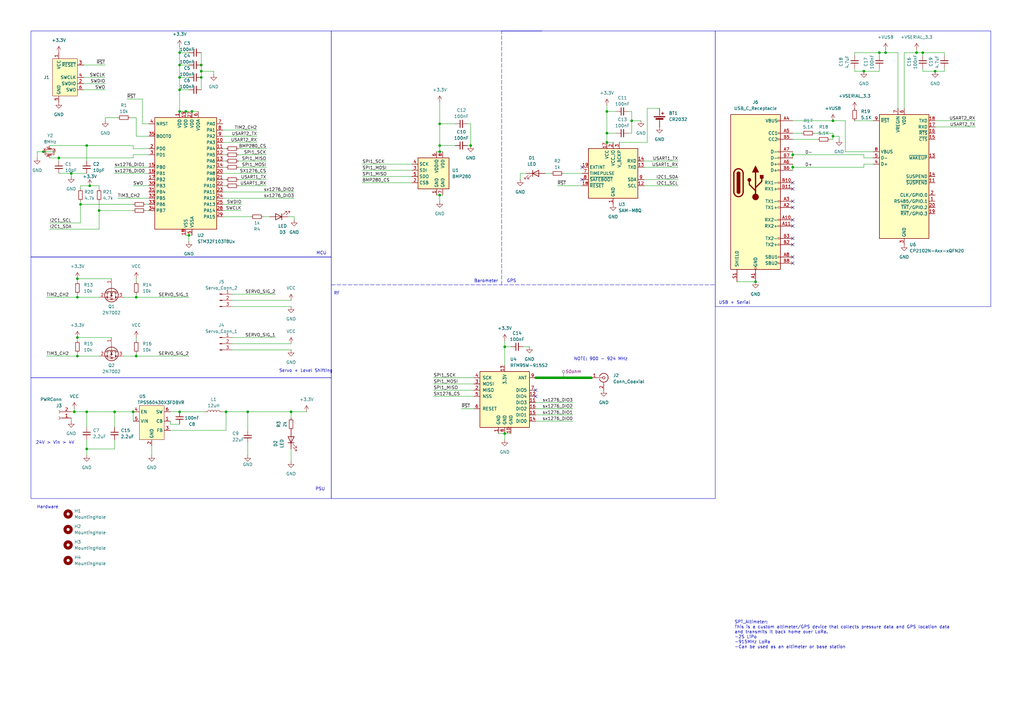
<source format=kicad_sch>
(kicad_sch (version 20231120) (generator "eeschema") (generator_version "8.0")
  (paper "A3")
  (junction (at 180.34 62.23))
  (junction (at 92.71 168.91))
  (junction (at 31.75 114.3))
  (junction (at 309.88 115.57))
  (junction (at 325.12 63.5))
  (junction (at 248.92 58.42))
  (junction (at 31.75 146.05))
  (junction (at 341.63 55.88))
  (junction (at 207.01 177.8))
  (junction (at 375.92 21.59))
  (junction (at 248.92 45.72))
  (junction (at 24.13 64.77))
  (junction (at 76.2 45.72))
  (junction (at 78.74 45.72))
  (junction (at 119.38 168.91))
  (junction (at 193.04 59.69))
  (junction (at 33.02 83.82))
  (junction (at 354.33 29.21))
  (junction (at 73.66 36.83))
  (junction (at 82.55 31.75))
  (junction (at 30.48 168.91))
  (junction (at 363.22 21.59))
  (junction (at 378.46 21.59))
  (junction (at 29.21 71.12))
  (junction (at 77.47 96.52))
  (junction (at 248.92 54.61))
  (junction (at 180.34 50.8))
  (junction (at 325.12 68.58))
  (junction (at 207.01 142.24))
  (junction (at 383.54 29.21))
  (junction (at 35.56 59.69))
  (junction (at 180.34 59.69))
  (junction (at 35.56 168.91))
  (junction (at 82.55 29.21))
  (junction (at 31.75 138.43))
  (junction (at 82.55 26.67))
  (junction (at 31.75 121.92))
  (junction (at 73.66 168.91))
  (junction (at 46.99 168.91))
  (junction (at 259.08 49.53))
  (junction (at 101.6 168.91))
  (junction (at 360.68 21.59))
  (junction (at 17.78 62.23))
  (junction (at 73.66 31.75))
  (junction (at 73.66 26.67))
  (junction (at 180.34 80.01))
  (junction (at 54.61 168.91))
  (junction (at 55.88 146.05))
  (junction (at 35.56 184.15))
  (junction (at 73.66 45.72))
  (junction (at 341.63 49.53))
  (junction (at 36.83 76.2))
  (junction (at 73.66 21.59))
  (junction (at 40.64 86.36))
  (junction (at 55.88 121.92))
  (no_connect (at 325.12 97.79))
  (no_connect (at 325.12 100.33))
  (no_connect (at 238.76 68.58))
  (no_connect (at 325.12 92.71))
  (no_connect (at 325.12 82.55))
  (no_connect (at 325.12 105.41))
  (no_connect (at 325.12 74.93))
  (no_connect (at 325.12 90.17))
  (no_connect (at 325.12 77.47))
  (no_connect (at 325.12 85.09))
  (no_connect (at 219.71 162.56))
  (no_connect (at 325.12 107.95))
  (no_connect (at 219.71 160.02))
  (no_connect (at 238.76 73.66))
  (wire (pts (xy 59.69 83.82) (xy 60.96 83.82)))
  (wire (pts (xy 24.13 66.04) (xy 24.13 64.77)))
  (wire (pts (xy 119.38 189.23) (xy 119.38 184.15)))
  (wire (pts (xy 360.68 29.21) (xy 354.33 29.21)))
  (wire (pts (xy 73.66 31.75) (xy 77.47 31.75)))
  (wire (pts (xy 325.12 68.58) (xy 325.12 69.85)))
  (wire (pts (xy 82.55 31.75) (xy 82.55 36.83)))
  (wire (pts (xy 383.54 52.07) (xy 400.05 52.07)))
  (wire (pts (xy 54.61 76.2) (xy 60.96 76.2)))
  (wire (pts (xy 193.04 50.8) (xy 193.04 59.69)))
  (wire (pts (xy 325.12 54.61) (xy 328.93 54.61)))
  (wire (pts (xy 46.99 168.91) (xy 46.99 175.26)))
  (wire (pts (xy 360.68 21.59) (xy 363.22 21.59)))
  (wire (pts (xy 33.02 76.2) (xy 33.02 77.47)))
  (wire (pts (xy 105.41 53.34) (xy 91.44 53.34)))
  (wire (pts (xy 378.46 22.86) (xy 378.46 21.59)))
  (wire (pts (xy 265.43 58.42) (xy 265.43 44.45)))
  (wire (pts (xy 180.34 62.23) (xy 181.61 62.23)))
  (wire (pts (xy 40.64 76.2) (xy 40.64 77.47)))
  (wire (pts (xy 248.92 58.42) (xy 251.46 58.42)))
  (wire (pts (xy 383.54 29.21) (xy 387.35 29.21)))
  (wire (pts (xy 387.35 22.86) (xy 387.35 21.59)))
  (wire (pts (xy 46.99 168.91) (xy 54.61 168.91)))
  (wire (pts (xy 20.32 93.98) (xy 40.64 93.98)))
  (wire (pts (xy 350.52 22.86) (xy 350.52 21.59)))
  (wire (pts (xy 30.48 167.64) (xy 30.48 168.91)))
  (wire (pts (xy 109.22 73.66) (xy 97.79 73.66)))
  (wire (pts (xy 55.88 146.05) (xy 77.47 146.05)))
  (wire (pts (xy 180.34 59.69) (xy 180.34 62.23)))
  (wire (pts (xy 69.85 168.91) (xy 73.66 168.91)))
  (wire (pts (xy 119.38 171.45) (xy 119.38 168.91)))
  (wire (pts (xy 358.14 64.77) (xy 354.33 64.77)))
  (wire (pts (xy 204.47 177.8) (xy 207.01 177.8)))
  (wire (pts (xy 73.66 36.83) (xy 77.47 36.83)))
  (wire (pts (xy 213.36 73.66) (xy 213.36 71.12)))
  (wire (pts (xy 87.63 29.21) (xy 82.55 29.21)))
  (wire (pts (xy 387.35 29.21) (xy 387.35 27.94)))
  (wire (pts (xy 87.63 30.48) (xy 87.63 29.21)))
  (wire (pts (xy 180.34 50.8) (xy 180.34 59.69)))
  (wire (pts (xy 259.08 49.53) (xy 262.89 49.53)))
  (wire (pts (xy 109.22 63.5) (xy 97.79 63.5)))
  (wire (pts (xy 15.24 62.23) (xy 17.78 62.23)))
  (wire (pts (xy 91.44 88.9) (xy 102.87 88.9)))
  (wire (pts (xy 278.13 66.04) (xy 264.16 66.04)))
  (wire (pts (xy 358.14 62.23) (xy 346.71 62.23)))
  (wire (pts (xy 148.59 74.93) (xy 168.91 74.93)))
  (wire (pts (xy 33.02 76.2) (xy 36.83 76.2)))
  (wire (pts (xy 31.75 120.65) (xy 31.75 121.92)))
  (wire (pts (xy 120.65 81.28) (xy 91.44 81.28)))
  (wire (pts (xy 35.56 175.26) (xy 35.56 168.91)))
  (wire (pts (xy 341.63 49.53) (xy 325.12 49.53)))
  (wire (pts (xy 20.32 59.69) (xy 35.56 59.69)))
  (wire (pts (xy 334.01 54.61) (xy 341.63 54.61)))
  (wire (pts (xy 101.6 168.91) (xy 119.38 168.91)))
  (wire (pts (xy 53.34 48.26) (xy 55.88 48.26)))
  (wire (pts (xy 17.78 62.23) (xy 22.86 62.23)))
  (wire (pts (xy 73.66 31.75) (xy 73.66 36.83)))
  (wire (pts (xy 180.34 82.55) (xy 180.34 80.01)))
  (wire (pts (xy 360.68 27.94) (xy 360.68 29.21)))
  (wire (pts (xy 43.18 36.83) (xy 34.29 36.83)))
  (wire (pts (xy 76.2 96.52) (xy 77.47 96.52)))
  (wire (pts (xy 193.04 59.69) (xy 191.77 59.69)))
  (wire (pts (xy 54.61 63.5) (xy 54.61 64.77)))
  (wire (pts (xy 259.08 49.53) (xy 259.08 45.72)))
  (wire (pts (xy 248.92 54.61) (xy 252.73 54.61)))
  (wire (pts (xy 99.06 86.36) (xy 91.44 86.36)))
  (wire (pts (xy 180.34 50.8) (xy 186.69 50.8)))
  (wire (pts (xy 177.8 154.94) (xy 194.31 154.94)))
  (wire (pts (xy 213.36 71.12) (xy 215.9 71.12)))
  (wire (pts (xy 55.88 114.3) (xy 55.88 115.57)))
  (wire (pts (xy 55.88 146.05) (xy 55.88 144.78)))
  (wire (pts (xy 109.22 68.58) (xy 97.79 68.58)))
  (wire (pts (xy 29.21 72.39) (xy 29.21 71.12)))
  (wire (pts (xy 73.66 19.05) (xy 73.66 21.59)))
  (wire (pts (xy 350.52 27.94) (xy 350.52 29.21)))
  (wire (pts (xy 177.8 162.56) (xy 194.31 162.56)))
  (wire (pts (xy 346.71 49.53) (xy 341.63 49.53)))
  (wire (pts (xy 278.13 68.58) (xy 264.16 68.58)))
  (wire (pts (xy 62.23 186.69) (xy 62.23 182.88)))
  (wire (pts (xy 33.02 91.44) (xy 33.02 83.82)))
  (wire (pts (xy 95.25 123.19) (xy 119.38 123.19)))
  (wire (pts (xy 92.71 168.91) (xy 92.71 176.53)))
  (wire (pts (xy 95.25 143.51) (xy 119.38 143.51)))
  (wire (pts (xy 43.18 48.26) (xy 48.26 48.26)))
  (wire (pts (xy 259.08 54.61) (xy 259.08 49.53)))
  (wire (pts (xy 105.41 55.88) (xy 91.44 55.88)))
  (wire (pts (xy 325.12 63.5) (xy 325.12 64.77)))
  (wire (pts (xy 46.99 71.12) (xy 60.96 71.12)))
  (wire (pts (xy 19.05 146.05) (xy 31.75 146.05)))
  (wire (pts (xy 59.69 86.36) (xy 60.96 86.36)))
  (wire (pts (xy 31.75 146.05) (xy 40.64 146.05)))
  (wire (pts (xy 50.8 121.92) (xy 55.88 121.92)))
  (wire (pts (xy 33.02 82.55) (xy 33.02 83.82)))
  (wire (pts (xy 73.66 45.72) (xy 76.2 45.72)))
  (wire (pts (xy 325.12 68.58) (xy 354.33 68.58)))
  (wire (pts (xy 19.05 121.92) (xy 31.75 121.92)))
  (polyline (pts (xy 205.74 12.7) (xy 222.25 12.7)))
  (wire (pts (xy 99.06 83.82) (xy 91.44 83.82)))
  (wire (pts (xy 55.88 138.43) (xy 55.88 139.7)))
  (wire (pts (xy 354.33 67.31) (xy 358.14 67.31)))
  (wire (pts (xy 325.12 57.15) (xy 335.28 57.15)))
  (wire (pts (xy 77.47 21.59) (xy 73.66 21.59)))
  (wire (pts (xy 92.71 73.66) (xy 91.44 73.66)))
  (wire (pts (xy 73.66 26.67) (xy 73.66 31.75)))
  (wire (pts (xy 55.88 121.92) (xy 55.88 120.65)))
  (wire (pts (xy 234.95 172.72) (xy 219.71 172.72)))
  (wire (pts (xy 265.43 44.45) (xy 270.51 44.45)))
  (wire (pts (xy 248.92 54.61) (xy 248.92 58.42)))
  (wire (pts (xy 73.66 168.91) (xy 83.82 168.91)))
  (wire (pts (xy 257.81 54.61) (xy 259.08 54.61)))
  (wire (pts (xy 15.24 64.77) (xy 15.24 62.23)))
  (wire (pts (xy 43.18 34.29) (xy 34.29 34.29)))
  (wire (pts (xy 219.71 154.94) (xy 242.57 154.94)) (stroke (width 1)))
  (wire (pts (xy 35.56 186.69) (xy 35.56 184.15)))
  (wire (pts (xy 54.61 168.91) (xy 54.61 172.72)))
  (wire (pts (xy 231.14 71.12) (xy 238.76 71.12)))
  (wire (pts (xy 92.71 68.58) (xy 91.44 68.58)))
  (wire (pts (xy 148.59 69.85) (xy 168.91 69.85)))
  (wire (pts (xy 186.69 59.69) (xy 180.34 59.69)))
  (wire (pts (xy 109.22 76.2) (xy 97.79 76.2)))
  (wire (pts (xy 31.75 114.3) (xy 45.72 114.3)))
  (wire (pts (xy 207.01 142.24) (xy 209.55 142.24)))
  (wire (pts (xy 35.56 59.69) (xy 35.56 66.04)))
  (wire (pts (xy 375.92 21.59) (xy 378.46 21.59)))
  (wire (pts (xy 92.71 63.5) (xy 91.44 63.5)))
  (wire (pts (xy 325.12 62.23) (xy 325.12 63.5)))
  (wire (pts (xy 109.22 60.96) (xy 97.79 60.96)))
  (wire (pts (xy 43.18 48.26) (xy 43.18 49.53)))
  (wire (pts (xy 360.68 21.59) (xy 360.68 22.86)))
  (wire (pts (xy 354.33 68.58) (xy 354.33 67.31)))
  (wire (pts (xy 214.63 142.24) (xy 217.17 142.24)))
  (wire (pts (xy 55.88 121.92) (xy 77.47 121.92)))
  (wire (pts (xy 54.61 64.77) (xy 24.13 64.77)))
  (wire (pts (xy 43.18 26.67) (xy 34.29 26.67)))
  (wire (pts (xy 58.42 40.64) (xy 58.42 50.8)))
  (wire (pts (xy 69.85 172.72) (xy 69.85 173.99)))
  (wire (pts (xy 120.65 88.9) (xy 118.11 88.9)))
  (wire (pts (xy 278.13 73.66) (xy 264.16 73.66)))
  (wire (pts (xy 341.63 55.88) (xy 341.63 57.15)))
  (wire (pts (xy 383.54 49.53) (xy 400.05 49.53)))
  (wire (pts (xy 95.25 125.73) (xy 119.38 125.73)))
  (wire (pts (xy 344.17 55.88) (xy 344.17 57.15)))
  (polyline (pts (xy 205.74 116.84) (xy 205.74 12.7)) (stroke (width 0) (type dash)))
  (wire (pts (xy 43.18 31.75) (xy 34.29 31.75)))
  (wire (pts (xy 110.49 88.9) (xy 107.95 88.9)))
  (wire (pts (xy 113.03 120.65) (xy 95.25 120.65)))
  (wire (pts (xy 207.01 177.8) (xy 209.55 177.8)))
  (wire (pts (xy 29.21 172.72) (xy 29.21 171.45)))
  (wire (pts (xy 120.65 78.74) (xy 91.44 78.74)))
  (wire (pts (xy 55.88 55.88) (xy 60.96 55.88)))
  (wire (pts (xy 325.12 67.31) (xy 325.12 68.58)))
  (wire (pts (xy 30.48 168.91) (xy 29.21 168.91)))
  (wire (pts (xy 341.63 55.88) (xy 344.17 55.88)))
  (wire (pts (xy 207.01 139.7) (xy 207.01 142.24)))
  (wire (pts (xy 69.85 176.53) (xy 92.71 176.53)))
  (wire (pts (xy 148.59 72.39) (xy 168.91 72.39)))
  (wire (pts (xy 46.99 180.34) (xy 46.99 184.15)))
  (wire (pts (xy 341.63 54.61) (xy 341.63 55.88)))
  (wire (pts (xy 180.34 80.01) (xy 181.61 80.01)))
  (wire (pts (xy 179.07 62.23) (xy 180.34 62.23)))
  (wire (pts (xy 234.95 170.18) (xy 219.71 170.18)))
  (wire (pts (xy 228.6 76.2) (xy 238.76 76.2)))
  (wire (pts (xy 177.8 160.02) (xy 194.31 160.02)))
  (wire (pts (xy 24.13 64.77) (xy 20.32 64.77)))
  (wire (pts (xy 35.56 168.91) (xy 46.99 168.91)))
  (wire (pts (xy 92.71 66.04) (xy 91.44 66.04)))
  (wire (pts (xy 101.6 168.91) (xy 92.71 168.91)))
  (wire (pts (xy 24.13 71.12) (xy 29.21 71.12)))
  (wire (pts (xy 223.52 71.12) (xy 226.06 71.12)))
  (wire (pts (xy 73.66 21.59) (xy 73.66 26.67)))
  (wire (pts (xy 346.71 62.23) (xy 346.71 49.53)))
  (wire (pts (xy 257.81 45.72) (xy 259.08 45.72)))
  (wire (pts (xy 120.65 90.17) (xy 120.65 88.9)))
  (wire (pts (xy 193.04 50.8) (xy 191.77 50.8)))
  (wire (pts (xy 92.71 168.91) (xy 91.44 168.91)))
  (wire (pts (xy 278.13 76.2) (xy 264.16 76.2)))
  (wire (pts (xy 92.71 76.2) (xy 91.44 76.2)))
  (wire (pts (xy 207.01 180.34) (xy 207.01 177.8)))
  (wire (pts (xy 378.46 27.94) (xy 378.46 29.21)))
  (wire (pts (xy 354.33 29.21) (xy 350.52 29.21)))
  (wire (pts (xy 82.55 29.21) (xy 82.55 31.75)))
  (wire (pts (xy 354.33 64.77) (xy 354.33 63.5)))
  (wire (pts (xy 33.02 83.82) (xy 54.61 83.82)))
  (wire (pts (xy 378.46 21.59) (xy 387.35 21.59)))
  (wire (pts (xy 189.23 167.64) (xy 194.31 167.64)))
  (wire (pts (xy 40.64 86.36) (xy 54.61 86.36)))
  (wire (pts (xy 36.83 76.2) (xy 40.64 76.2)))
  (wire (pts (xy 50.8 146.05) (xy 55.88 146.05)))
  (wire (pts (xy 105.41 58.42) (xy 91.44 58.42)))
  (wire (pts (xy 109.22 66.04) (xy 97.79 66.04)))
  (wire (pts (xy 207.01 142.24) (xy 207.01 149.86)))
  (wire (pts (xy 52.07 40.64) (xy 58.42 40.64)))
  (wire (pts (xy 82.55 21.59) (xy 82.55 26.67)))
  (wire (pts (xy 302.26 115.57) (xy 309.88 115.57)))
  (wire (pts (xy 31.75 144.78) (xy 31.75 146.05)))
  (wire (pts (xy 234.95 165.1) (xy 219.71 165.1)))
  (wire (pts (xy 40.64 82.55) (xy 40.64 86.36)))
  (wire (pts (xy 109.22 71.12) (xy 91.44 71.12)))
  (wire (pts (xy 46.99 68.58) (xy 60.96 68.58)))
  (wire (pts (xy 58.42 50.8) (xy 60.96 50.8)))
  (wire (pts (xy 248.92 45.72) (xy 252.73 45.72)))
  (wire (pts (xy 54.61 59.69) (xy 35.56 59.69)))
  (wire (pts (xy 60.96 63.5) (xy 54.61 63.5)))
  (wire (pts (xy 95.25 140.97) (xy 119.38 140.97)))
  (wire (pts (xy 378.46 29.21) (xy 383.54 29.21)))
  (wire (pts (xy 30.48 168.91) (xy 35.56 168.91)))
  (wire (pts (xy 48.26 81.28) (xy 60.96 81.28)))
  (wire (pts (xy 350.52 21.59) (xy 360.68 21.59)))
  (wire (pts (xy 248.92 45.72) (xy 248.92 54.61)))
  (wire (pts (xy 341.63 57.15) (xy 340.36 57.15)))
  (polyline (pts (xy 135.89 116.84) (xy 293.37 116.84)) (stroke (width 0) (type dash)))
  (wire (pts (xy 119.38 168.91) (xy 125.73 168.91)))
  (wire (pts (xy 148.59 67.31) (xy 168.91 67.31)))
  (wire (pts (xy 363.22 21.59) (xy 368.3 21.59)))
  (wire (pts (xy 350.52 49.53) (xy 358.14 49.53)))
  (wire (pts (xy 69.85 173.99) (xy 73.66 173.99)))
  (wire (pts (xy 92.71 60.96) (xy 91.44 60.96)))
  (wire (pts (xy 234.95 167.64) (xy 219.71 167.64)))
  (wire (pts (xy 73.66 36.83) (xy 73.66 45.72)))
  (wire (pts (xy 31.75 121.92) (xy 40.64 121.92)))
  (wire (pts (xy 254 58.42) (xy 265.43 58.42)))
  (wire (pts (xy 101.6 186.69) (xy 101.6 181.61)))
  (wire (pts (xy 368.3 21.59) (xy 368.3 44.45)))
  (wire (pts (xy 77.47 96.52) (xy 77.47 99.06)))
  (wire (pts (xy 180.34 41.91) (xy 180.34 50.8)))
  (wire (pts (xy 370.84 21.59) (xy 370.84 44.45)))
  (wire (pts (xy 78.74 45.72) (xy 81.28 45.72)))
  (wire (pts (xy 73.66 26.67) (xy 77.47 26.67)))
  (wire (pts (xy 248.92 43.18) (xy 248.92 45.72)))
  (wire (pts (xy 20.32 91.44) (xy 33.02 91.44)))
  (wire (pts (xy 82.55 26.67) (xy 82.55 29.21)))
  (wire (pts (xy 31.75 138.43) (xy 45.72 138.43)))
  (wire (pts (xy 179.07 80.01) (xy 180.34 80.01)))
  (wire (pts (xy 31.75 115.57) (xy 31.75 114.3)))
  (wire (pts (xy 40.64 93.98) (xy 40.64 86.36)))
  (wire (pts (xy 113.03 138.43) (xy 95.25 138.43)))
  (wire (pts (xy 31.75 139.7) (xy 31.75 138.43)))
  (wire (pts (xy 55.88 48.26) (xy 55.88 55.88)))
  (wire (pts (xy 35.56 184.15) (xy 35.56 180.34)))
  (wire (pts (xy 354.33 63.5) (xy 325.12 63.5)))
  (wire (pts (xy 29.21 71.12) (xy 35.56 71.12)))
  (wire (pts (xy 46.99 184.15) (xy 35.56 184.15)))
  (wire (pts (xy 76.2 45.72) (xy 78.74 45.72)))
  (wire (pts (xy 77.47 96.52) (xy 78.74 96.52)))
  (wire (pts (xy 101.6 176.53) (xy 101.6 168.91)))
  (wire (pts (xy 375.92 20.32) (xy 375.92 21.59)))
  (wire (pts (xy 370.84 21.59) (xy 375.92 21.59)))
  (wire (pts (xy 177.8 157.48) (xy 194.31 157.48)))
  (wire (pts (xy 54.61 60.96) (xy 54.61 59.69)))
  (wire (pts (xy 363.22 20.32) (xy 363.22 21.59)))
  (wire (pts (xy 60.96 60.96) (xy 54.61 60.96)))
  (rectangle (start 12.7 154.94) (end 135.89 204.47))
  (rectangle (start 12.7 12.7) (end 135.89 105.41))
  (rectangle (start 12.7 105.41) (end 135.89 154.94))
  (rectangle (start 293.37 12.7) (end 406.4 125.73))
  (rectangle (start 135.89 12.7) (end 293.37 204.47))
  (text "MCU" (at 131.826 103.886 0) (effects (font (size 1.27 1.27))))
  (text "SPT_Altimeter:\nThis is a custom altimeter/GPS device that collects pressure data and GPS location data\nand transmits it back home over LoRa. \n-2S LiPo\n-915MHz LoRa\n-Can be used as an altimeter or base station\n" (at 301.244 260.35 0) (effects (font (size 1.27 1.27)) (justify left)))
  (text "PSU" (at 131.318 200.66 0) (effects (font (size 1.27 1.27))))
  (text "24V > Vin > 4V" (at 22.606 181.61 0) (effects (font (size 1.27 1.27))))
  (text "Barometer" (at 199.39 115.316 0) (effects (font (size 1.27 1.27))))
  (text "GPS" (at 209.804 115.316 0) (effects (font (size 1.27 1.27))))
  (text "Servo + Level Shifting" (at 125.476 152.146 0) (effects (font (size 1.27 1.27))))
  (text "NOTE: 900 - 924 MHz " (at 246.888 147.32 0) (effects (font (size 1.27 1.27))))
  (text "Hardware" (at 19.558 208.026 0) (effects (font (size 1.27 1.27))))
  (text "RF" (at 138.176 120.396 0) (effects (font (size 1.27 1.27))))
  (text "USB + Serial" (at 301.244 124.206 0) (effects (font (size 1.27 1.27))))
  (label "USART2_TX" (at 400.05 52.07 180))
  (label "SWO" (at 43.18 36.83 180))
  (label "SWO" (at 54.61 76.2 0))
  (label "USART1_TX" (at 109.22 73.66 180))
  (label "SPI1_MISO" (at 177.8 160.02 0))
  (label "~{RST}" (at 228.6 76.2 0))
  (label "BMP280_CS" (at 148.59 74.93 0))
  (label "TIM2_CH2" (at 105.41 53.34 180))
  (label "SPI1_MOSI" (at 177.8 157.48 0))
  (label "SX1276_CS" (at 109.22 71.12 180))
  (label "SPI1_MISO" (at 109.22 66.04 180))
  (label "SWDIO" (at 43.18 34.29 180))
  (label "sx1276_DIO1" (at 46.99 68.58 0))
  (label "USART2_TX" (at 105.41 55.88 180))
  (label "BMP280_CS" (at 109.22 60.96 180))
  (label "sx1276_DIO3" (at 234.95 165.1 180))
  (label "I2C1_SDA" (at 20.32 93.98 0))
  (label "sx1276_DIO2" (at 120.65 78.74 180))
  (label "SPI1_SCK" (at 177.8 154.94 0))
  (label "~{RST}" (at 43.18 26.67 180))
  (label "USART2_RX" (at 400.05 49.53 180))
  (label "SERVO_SIG_1" (at 113.03 138.43 180))
  (label "I2C1_SDA" (at 278.13 73.66 180))
  (label "SX1276_CS" (at 177.8 162.56 0))
  (label "TIM3_CH2" (at 19.05 146.05 0))
  (label "SERVO_SIG_2" (at 77.47 146.05 180))
  (label "SWDIO" (at 99.06 83.82 180))
  (label "D+" (at 330.2 68.58 0))
  (label "SWCLK" (at 43.18 31.75 180))
  (label "SPI1_MOSI" (at 109.22 68.58 180))
  (label "sx1276_DIO3" (at 120.65 81.28 180))
  (label "TIM2_CH2" (at 19.05 121.92 0))
  (label "I2C1_SCL" (at 20.32 91.44 0))
  (label "~{RST}" (at 189.23 167.64 0))
  (label "SWCLK" (at 99.06 86.36 180))
  (label "I2C1_SCL" (at 278.13 76.2 180))
  (label "USART2_RX" (at 105.41 58.42 180))
  (label "sx1276_DIO2" (at 234.95 167.64 180))
  (label "SERVO_SIG_2" (at 113.03 120.65 180))
  (label "SPI1_MISO" (at 148.59 72.39 0))
  (label "TIM3_CH2" (at 48.26 81.28 0))
  (label "SPI1_MOSI" (at 148.59 69.85 0))
  (label "USART1_RX" (at 278.13 68.58 180))
  (label "sx1276_DIO0" (at 46.99 71.12 0))
  (label "D-" (at 330.2 63.5 0))
  (label "sx1276_DIO1" (at 234.95 170.18 180))
  (label "SERVO_SIG_1" (at 77.47 121.92 180))
  (label "SPI1_SCK" (at 109.22 63.5 180))
  (label "~{RST}" (at 52.07 40.64 0))
  (label "USART1_TX" (at 278.13 66.04 180))
  (label "sx1276_DIO0" (at 234.95 172.72 180))
  (label "USART1_RX" (at 109.22 76.2 180))
  (label "SPI1_SCK" (at 148.59 67.31 0))
  (netclass_flag "" (length 2.54) (shape round) (at 231.14 154.94 0) (property "Netclass" "50ohm" (at 231.8385 152.4 0) (effects (font (italic yes)) (justify left))))
  (symbol (lib_id "Device:R_Small") (at 95.25 73.66 90) (unit 1)
    (property "Reference" "R8" (effects (hide yes)))
    (property "Value" "0" (effects (hide yes)))
    (property "Footprint" "Resistor_SMD:R_0402_1005Metric" (effects (hide yes)))
    (property "Description" "Resistor, small symbol" (effects (hide yes)))
  )
  (symbol (lib_id "Imports:TPS560430X3FDBVR") (at 62.23 170.18 0) (unit 1)
    (property "Reference" "U5" (at 58.42 162.56 0))
    (property "Value" "TPS560430X3FDBVR" (at 66.04 165.1 0))
    (property "Footprint" "Package_TO_SOT_SMD:SOT-23-6" (effects (hide yes)))
  )
  (symbol (lib_id "power:GND") (at 193.04 59.69 0) (unit 1)
    (property "Reference" "#PWR025" (effects (hide yes)))
    (property "Value" "GND" (at 193.04 64.77 0))
    (property "Description" "Power symbol creates a global label with name \"GND\" , ground" (effects (hide yes)))
  )
  (symbol (lib_id "Device:C_Small") (at 24.13 68.58 0) (unit 1)
    (property "Reference" "C1" (at 26.67 67.3162 0) (effects (justify left)))
    (property "Value" "10pF" (at 26.67 69.8562 0) (effects (justify left)))
    (property "Footprint" "Capacitor_SMD:C_0402_1005Metric" (effects (hide yes)))
    (property "Description" "Unpolarized capacitor, small symbol" (effects (hide yes)))
    (property "LCSC" "C650948" (effects (hide yes)))
  )
  (symbol (lib_id "power:GND") (at 24.13 41.91 0) (unit 1)
    (property "Reference" "#PWR012" (effects (hide yes)))
    (property "Value" "GND" (at 24.13 46.99 0))
    (property "Description" "Power symbol creates a global label with name \"GND\" , ground" (effects (hide yes)))
  )
  (symbol (lib_id "power:+5V") (at 363.22 20.32 0) (unit 1)
    (property "Reference" "#PWR041" (effects (hide yes)))
    (property "Value" "+VUSB" (at 363.22 15.24 0))
    (property "Description" "Power symbol creates a global label with name \"+5V\"" (effects (hide yes)))
  )
  (symbol (lib_id "power:GND") (at 119.38 189.23 0) (unit 1)
    (property "Reference" "#PWR023" (effects (hide yes)))
    (property "Value" "GND" (at 119.38 194.31 0))
    (property "Description" "Power symbol creates a global label with name \"GND\" , ground" (effects (hide yes)))
  )
  (symbol (lib_id "Connector:Conn_Coaxial") (at 247.65 154.94 0) (unit 1)
    (property "Reference" "J2" (at 251.46 153.9631 0) (effects (justify left)))
    (property "Value" "Conn_Coaxial" (at 251.46 156.5031 0) (effects (justify left)))
    (property "Footprint" "Connector_Coaxial:SMA_Amphenol_132289_EdgeMount" (effects (hide yes)))
    (property "Description" "coaxial connector (BNC, SMA, SMB, SMC, Cinch/RCA, LEMO, ...)" (effects (hide yes)))
  )
  (symbol (lib_id "power:+3.3V") (at 73.66 19.05 0) (unit 1)
    (property "Reference" "#PWR04" (effects (hide yes)))
    (property "Value" "+3.3V" (at 73.66 13.97 0))
    (property "Description" "Power symbol creates a global label with name \"+3.3V\"" (effects (hide yes)))
  )
  (symbol (lib_id "Connector:Conn_01x03_Pin") (at 90.17 123.19 0) (unit 1)
    (property "Reference" "J5" (at 90.805 115.57 0))
    (property "Value" "Servo_Conn_2" (at 90.805 118.11 0))
    (property "Footprint" "Connector_PinHeader_2.54mm:PinHeader_1x03_P2.54mm_Horizontal" (effects (hide yes)))
    (property "Description" "Generic connector, single row, 01x03, script generated" (effects (hide yes)))
  )
  (symbol (lib_id "Device:C_Small") (at 35.56 177.8 0) (unit 1)
    (property "Reference" "C7" (at 38.1 176.5363 0) (effects (justify left)))
    (property "Value" "2.2uF" (at 38.1 179.0763 0) (effects (justify left)))
    (property "Footprint" "Capacitor_SMD:C_0603_1608Metric" (effects (hide yes)))
  )
  (symbol (lib_id "Device:R_Small") (at 55.88 118.11 180) (unit 1)
    (property "Reference" "R14" (at 58.42 116.8399 0) (effects (justify right)))
    (property "Value" "10k" (at 58.42 119.3799 0) (effects (justify right)))
    (property "Footprint" "Resistor_SMD:R_0402_1005Metric" (effects (hide yes)))
    (property "Description" "Resistor, small symbol" (effects (hide yes)))
  )
  (symbol (lib_id "power:GND") (at 309.88 115.57 0) (unit 1)
    (property "Reference" "#PWR039" (effects (hide yes)))
    (property "Value" "GND" (at 309.88 120.65 0))
    (property "Description" "Power symbol creates a global label with name \"GND\" , ground" (effects (hide yes)))
  )
  (symbol (lib_id "Device:C_Small") (at 80.01 36.83 90) (unit 1)
    (property "Reference" "C6" (at 76.708 33.02 90))
    (property "Value" "100nF" (at 76.708 35.56 90))
    (property "Footprint" "Capacitor_SMD:C_0402_1005Metric" (effects (hide yes)))
    (property "Description" "Unpolarized capacitor, small symbol" (effects (hide yes)))
  )
  (symbol (lib_id "Device:C_Small") (at 101.6 179.07 0) (unit 1)
    (property "Reference" "C9" (at 95.25 177.8 0) (effects (justify left)))
    (property "Value" "22uF" (at 95.25 180.34 0) (effects (justify left)))
    (property "Footprint" "Capacitor_SMD:C_0402_1005Metric" (effects (hide yes)))
  )
  (symbol (lib_id "power:+3.3V") (at 31.75 114.3 0) (unit 1)
    (property "Reference" "#PWR032" (effects (hide yes)))
    (property "Value" "+3.3V" (at 31.75 109.22 0))
  )
  (symbol (lib_id "Device:Crystal_GND24_Small") (at 20.32 62.23 270) (unit 1)
    (property "Reference" "Y2" (at 20.574 55.626 90))
    (property "Value" "8MHz" (at 20.574 58.166 90))
    (property "Footprint" "Crystal:Crystal_SMD_3225-4Pin_3.2x2.5mm" (effects (hide yes)))
    (property "Description" "Four pin crystal, GND on pins 2 and 4, small symbol" (effects (hide yes)))
    (property "LCSC" "C20606311" (effects (hide yes)))
  )
  (symbol (lib_id "power:GND") (at 35.56 186.69 0) (unit 1)
    (property "Reference" "#PWR019" (effects (hide yes)))
    (property "Value" "GND" (at 35.56 191.77 0))
  )
  (symbol (lib_id "power:GND") (at 15.24 64.77 0) (unit 1)
    (property "Reference" "#PWR09" (effects (hide yes)))
    (property "Value" "GND" (at 15.24 69.85 0))
    (property "Description" "Power symbol creates a global label with name \"GND\" , ground" (effects (hide yes)))
  )
  (symbol (lib_id "Device:R_Small") (at 50.8 48.26 90) (unit 1)
    (property "Reference" "R1" (at 50.8 43.18 90))
    (property "Value" "10k" (at 50.8 45.72 90))
    (property "Footprint" "Resistor_SMD:R_0402_1005Metric" (effects (hide yes)))
    (property "Description" "Resistor, small symbol" (effects (hide yes)))
  )
  (symbol (lib_id "Connector:Conn_ARM_SWD_TagConnect_TC2030-NL") (at 26.67 31.75 0) (unit 1) (in_bom no)
    (property "Reference" "J1" (at 20.32 31.7499 0) (effects (justify right)))
    (property "Value" "Conn_ARM_SWD_TagConnect_TC2030-NL" (effects (hide yes)))
    (property "Footprint" "Connector:Tag-Connect_TC2030-IDC-NL_2x03_P1.27mm_Vertical" (effects (hide yes)))
    (property "Datasheet" "https://www.tag-connect.com/wp-content/uploads/bsk-pdf-manager/TC2030-CTX_1.pdf" (effects (hide yes)))
    (property "Description" "Tag-Connect ARM Cortex SWD JTAG connector, 6 pin, no legs" (effects (hide yes)))
  )
  (symbol (lib_id "Device:C_Small") (at 212.09 142.24 90) (unit 1)
    (property "Reference" "C14" (at 212.09 136.652 90))
    (property "Value" "100nF" (at 212.09 139.192 90))
    (property "Footprint" "Capacitor_SMD:C_0402_1005Metric" (effects (hide yes)))
    (property "Description" "Unpolarized capacitor, small symbol" (effects (hide yes)))
  )
  (symbol (lib_id "power:GND") (at 43.18 49.53 0) (unit 1)
    (property "Reference" "#PWR014" (effects (hide yes)))
    (property "Value" "GND" (at 43.18 54.61 0))
    (property "Description" "Power symbol creates a global label with name \"GND\" , ground" (effects (hide yes)))
  )
  (symbol (lib_id "Device:C_Small") (at 35.56 68.58 0) (unit 1)
    (property "Reference" "C2" (at 38.1 67.3162 0) (effects (justify left)))
    (property "Value" "10pF" (at 38.1 69.8562 0) (effects (justify left)))
    (property "Footprint" "Capacitor_SMD:C_0402_1005Metric" (effects (hide yes)))
    (property "Description" "Unpolarized capacitor, small symbol" (effects (hide yes)))
    (property "LCSC" "C650948" (effects (hide yes)))
  )
  (symbol (lib_id "Mechanical:MountingHole") (at 27.94 210.82 0) (unit 1)
    (property "Reference" "H1" (at 30.48 209.5499 0) (effects (justify left)))
    (property "Value" "MountingHole" (at 30.48 212.0899 0) (effects (justify left)))
    (property "Footprint" "MountingHole:MountingHole_3.2mm_M3" (effects (hide yes)))
    (property "Description" "Mounting Hole without connection" (effects (hide yes)))
  )
  (symbol (lib_id "power:GND") (at 29.21 172.72 0) (unit 1)
    (property "Reference" "#PWR017" (effects (hide yes)))
    (property "Value" "GND" (at 29.21 177.8 0))
  )
  (symbol (lib_id "Device:R_Small") (at 95.25 66.04 90) (unit 1)
    (property "Reference" "R10" (effects (hide yes)))
    (property "Value" "0" (effects (hide yes)))
    (property "Footprint" "Resistor_SMD:R_0402_1005Metric" (effects (hide yes)))
    (property "Description" "Resistor, small symbol" (effects (hide yes)))
  )
  (symbol (lib_id "Device:C_Small") (at 189.23 50.8 90) (unit 1)
    (property "Reference" "C12" (at 189.23 45.212 90))
    (property "Value" "100nF" (at 189.23 47.752 90))
    (property "Footprint" "Capacitor_SMD:C_0402_1005Metric" (effects (hide yes)))
    (property "Description" "Unpolarized capacitor, small symbol" (effects (hide yes)))
  )
  (symbol (lib_id "Device:C_Small") (at 73.66 171.45 0) (unit 1)
    (property "Reference" "C8" (at 78.74 173.99 0))
    (property "Value" "100nF" (at 78.74 171.45 0))
    (property "Footprint" "Capacitor_SMD:C_0402_1005Metric" (effects (hide yes)))
  )
  (symbol (lib_id "Interface_USB:CP2102N-Axx-xQFN20") (at 370.84 72.39 0) (unit 1)
    (property "Reference" "U6" (at 373.0341 100.33 0) (effects (justify left)))
    (property "Value" "CP2102N-Axx-xQFN20" (at 373.0341 102.87 0) (effects (justify left)))
    (property "Footprint" "Package_DFN_QFN:SiliconLabs_QFN-20-1EP_3x3mm_P0.5mm_EP1.8x1.8mm" (effects (hide yes)))
    (property "Datasheet" "https://www.silabs.com/documents/public/data-sheets/cp2102n-datasheet.pdf" (effects (hide yes)))
    (property "Description" "USB to UART master bridge, QFN-20" (effects (hide yes)))
  )
  (symbol (lib_id "Mechanical:MountingHole") (at 27.94 223.52 0) (unit 1)
    (property "Reference" "H3" (at 30.48 222.2499 0) (effects (justify left)))
    (property "Value" "MountingHole" (at 30.48 224.7899 0) (effects (justify left)))
    (property "Footprint" "MountingHole:MountingHole_3.2mm_M3" (effects (hide yes)))
    (property "Description" "Mounting Hole without connection" (effects (hide yes)))
  )
  (symbol (lib_id "RF_GPS:SAM-M8Q") (at 251.46 71.12 0) (unit 1)
    (property "Reference" "U3" (at 253.6541 83.82 0) (effects (justify left)))
    (property "Value" "SAM-M8Q" (at 253.6541 86.36 0) (effects (justify left)))
    (property "Footprint" "RF_GPS:ublox_SAM-M8Q" (effects (hide yes)))
    (property "Datasheet" "https://www.u-blox.com/sites/default/files/SAM-M8Q_DataSheet_%28UBX-16012619%29.pdf" (effects (hide yes)))
    (property "Description" "GPS ublox M8 variant" (effects (hide yes)))
  )
  (symbol (lib_id "Device:C_Small") (at 80.01 21.59 90) (unit 1)
    (property "Reference" "C3" (at 76.708 17.78 90))
    (property "Value" "100nF" (at 76.708 20.32 90))
    (property "Footprint" "Capacitor_SMD:C_0402_1005Metric" (effects (hide yes)))
    (property "Description" "Unpolarized capacitor, small symbol" (effects (hide yes)))
  )
  (symbol (lib_id "Device:L") (at 87.63 168.91 90) (unit 1)
    (property "Reference" "L1" (at 87.63 163.83 90))
    (property "Value" "12uH" (at 87.63 166.37 90))
    (property "Footprint" "Inductor_SMD:L_1210_3225Metric" (effects (hide yes)))
  )
  (symbol (lib_id "power:GND") (at 119.38 125.73 0) (unit 1)
    (property "Reference" "#PWR031" (effects (hide yes)))
    (property "Value" "GND" (at 119.38 130.81 0))
    (property "Description" "Power symbol creates a global label with name \"GND\" , ground" (effects (hide yes)))
  )
  (symbol (lib_id "Connector:Conn_01x02_Socket") (at 24.13 171.45 180) (unit 1)
    (property "Reference" "J3" (at 25.4 166.37 0) (effects (justify left)))
    (property "Value" "PWRConn" (at 25.4 163.83 0) (effects (justify left)))
    (property "Footprint" "Connector_AMASS:AMASS_XT30PW-M_1x02_P2.50mm_Horizontal" (effects (hide yes)))
  )
  (symbol (lib_id "Device:R_Small") (at 95.25 76.2 90) (unit 1)
    (property "Reference" "R7" (effects (hide yes)))
    (property "Value" "0" (effects (hide yes)))
    (property "Footprint" "Resistor_SMD:R_0402_1005Metric" (effects (hide yes)))
    (property "Description" "Resistor, small symbol" (effects (hide yes)))
  )
  (symbol (lib_id "Mechanical:MountingHole") (at 27.94 217.17 0) (unit 1)
    (property "Reference" "H2" (at 30.48 215.8999 0) (effects (justify left)))
    (property "Value" "MountingHole" (at 30.48 218.4399 0) (effects (justify left)))
    (property "Footprint" "MountingHole:MountingHole_3.2mm_M3" (effects (hide yes)))
    (property "Description" "Mounting Hole without connection" (effects (hide yes)))
  )
  (symbol (lib_id "Device:C_Small") (at 255.27 54.61 90) (unit 1)
    (property "Reference" "C13" (at 255.27 49.022 90))
    (property "Value" "100nF" (at 255.27 51.562 90))
    (property "Footprint" "Capacitor_SMD:C_0402_1005Metric" (effects (hide yes)))
    (property "Description" "Unpolarized capacitor, small symbol" (effects (hide yes)))
  )
  (symbol (lib_id "power:GND") (at 383.54 29.21 0) (unit 1)
    (property "Reference" "#PWR044" (effects (hide yes)))
    (property "Value" "GND" (at 383.54 34.29 0))
    (property "Description" "Power symbol creates a global label with name \"GND\" , ground" (effects (hide yes)))
  )
  (symbol (lib_id "power:GND") (at 251.46 83.82 0) (unit 1)
    (property "Reference" "#PWR06" (effects (hide yes)))
    (property "Value" "GND" (at 251.46 88.9 0))
    (property "Description" "Power symbol creates a global label with name \"GND\" , ground" (effects (hide yes)))
  )
  (symbol (lib_id "Device:R_Small") (at 40.64 80.01 0) (unit 1)
    (property "Reference" "R21" (at 42.164 78.74 0) (effects (justify left)))
    (property "Value" "4.7k" (at 42.164 81.28 0) (effects (justify left)))
    (property "Footprint" "Resistor_SMD:R_0402_1005Metric" (effects (hide yes)))
    (property "Description" "Resistor, small symbol" (effects (hide yes)))
  )
  (symbol (lib_id "power:+3.3V") (at 207.01 139.7 0) (unit 1)
    (property "Reference" "#PWR03" (effects (hide yes)))
    (property "Value" "+3.3V" (at 207.01 134.62 0))
    (property "Description" "Power symbol creates a global label with name \"+3.3V\"" (effects (hide yes)))
  )
  (symbol (lib_id "Connector:USB_C_Receptacle") (at 309.88 74.93 0) (unit 1)
    (property "Reference" "J6" (at 309.88 41.91 0))
    (property "Value" "USB_C_Receptacle" (at 309.88 44.45 0))
    (property "Footprint" "Connector_USB:USB_C_Receptacle_GCT_USB4105-xx-A_16P_TopMnt_Horizontal" (effects (hide yes)))
    (property "Datasheet" "https://www.usb.org/sites/default/files/documents/usb_type-c.zip" (effects (hide yes)))
    (property "Description" "USB Full-Featured Type-C Receptacle connector" (effects (hide yes)))
  )
  (symbol (lib_id "power:GND") (at 62.23 186.69 0) (unit 1)
    (property "Reference" "#PWR020" (effects (hide yes)))
    (property "Value" "GND" (at 62.23 191.77 0))
  )
  (symbol (lib_id "power:VCC") (at 55.88 114.3 0) (unit 1)
    (property "Reference" "#PWR033" (effects (hide yes)))
    (property "Value" "VCC" (at 55.88 109.22 0))
  )
  (symbol (lib_id "Device:C_Small") (at 189.23 59.69 90) (unit 1)
    (property "Reference" "C10" (at 189.23 54.102 90))
    (property "Value" "100nF" (at 189.23 56.642 90))
    (property "Footprint" "Capacitor_SMD:C_0402_1005Metric" (effects (hide yes)))
    (property "Description" "Unpolarized capacitor, small symbol" (effects (hide yes)))
  )
  (symbol (lib_id "power:GND") (at 370.84 100.33 0) (unit 1)
    (property "Reference" "#PWR038" (effects (hide yes)))
    (property "Value" "GND" (at 370.84 105.41 0))
    (property "Description" "Power symbol creates a global label with name \"GND\" , ground" (effects (hide yes)))
  )
  (symbol (lib_id "Device:R_Small") (at 95.25 68.58 90) (unit 1)
    (property "Reference" "R9" (effects (hide yes)))
    (property "Value" "0" (effects (hide yes)))
    (property "Footprint" "Resistor_SMD:R_0402_1005Metric" (effects (hide yes)))
    (property "Description" "Resistor, small symbol" (effects (hide yes)))
  )
  (symbol (lib_id "power:+3.3V") (at 248.92 43.18 0) (unit 1)
    (property "Reference" "#PWR02" (effects (hide yes)))
    (property "Value" "+3.3V" (at 248.92 38.1 0))
    (property "Description" "Power symbol creates a global label with name \"+3.3V\"" (effects (hide yes)))
  )
  (symbol (lib_id "Device:R_Small") (at 337.82 57.15 90) (unit 1)
    (property "Reference" "R18" (at 337.82 52.07 90))
    (property "Value" "5.1K" (at 337.82 54.61 90))
    (property "Footprint" "Resistor_SMD:R_0603_1608Metric" (effects (hide yes)))
    (property "Description" "Resistor, small symbol" (effects (hide yes)))
  )
  (symbol (lib_id "Device:R_Small") (at 57.15 83.82 90) (unit 1)
    (property "Reference" "R6" (effects (hide yes)))
    (property "Value" "0" (effects (hide yes)))
    (property "Footprint" "Resistor_SMD:R_0402_1005Metric" (effects (hide yes)))
    (property "Description" "Resistor, small symbol" (effects (hide yes)))
  )
  (symbol (lib_id "Device:R_Small") (at 119.38 173.99 180) (unit 1)
    (property "Reference" "R3" (at 114.3 173.99 90))
    (property "Value" "2k" (at 116.84 173.99 90))
    (property "Footprint" "Resistor_SMD:R_0402_1005Metric" (effects (hide yes)))
    (property "Description" "Resistor, small symbol" (effects (hide yes)))
  )
  (symbol (lib_id "power:GND") (at 247.65 160.02 0) (unit 1)
    (property "Reference" "#PWR016" (effects (hide yes)))
    (property "Value" "GND" (at 247.65 165.1 0))
    (property "Description" "Power symbol creates a global label with name \"GND\" , ground" (effects (hide yes)))
  )
  (symbol (lib_id "power:+3.3V") (at 36.83 76.2 0) (unit 1)
    (property "Reference" "#PWR046" (effects (hide yes)))
    (property "Value" "+3.3V" (at 36.83 72.39 0))
    (property "Description" "Power symbol creates a global label with name \"+3.3V\"" (effects (hide yes)))
  )
  (symbol (lib_id "power:GND") (at 180.34 82.55 0) (unit 1)
    (property "Reference" "#PWR05" (effects (hide yes)))
    (property "Value" "GND" (at 180.34 87.63 0))
    (property "Description" "Power symbol creates a global label with name \"GND\" , ground" (effects (hide yes)))
  )
  (symbol (lib_id "power:GND") (at 213.36 73.66 0) (unit 1)
    (property "Reference" "#PWR015" (effects (hide yes)))
    (property "Value" "GND" (at 213.36 78.74 0))
    (property "Description" "Power symbol creates a global label with name \"GND\" , ground" (effects (hide yes)))
  )
  (symbol (lib_id "Connector:Conn_01x03_Pin") (at 90.17 140.97 0) (unit 1)
    (property "Reference" "J4" (at 90.805 133.35 0))
    (property "Value" "Servo_Conn_1" (at 90.805 135.89 0))
    (property "Footprint" "Connector_PinHeader_2.54mm:PinHeader_1x03_P2.54mm_Horizontal" (effects (hide yes)))
    (property "Description" "Generic connector, single row, 01x03, script generated" (effects (hide yes)))
  )
  (symbol (lib_id "power:GND") (at 101.6 186.69 0) (unit 1)
    (property "Reference" "#PWR021" (effects (hide yes)))
    (property "Value" "GND" (at 101.6 190.5 0))
  )
  (symbol (lib_id "power:GND") (at 217.17 142.24 0) (unit 1)
    (property "Reference" "#PWR027" (effects (hide yes)))
    (property "Value" "GND" (at 217.17 147.32 0))
    (property "Description" "Power symbol creates a global label with name \"GND\" , ground" (effects (hide yes)))
  )
  (symbol (lib_id "Transistor_FET:2N7002") (at 45.72 119.38 270) (unit 1)
    (property "Reference" "Q1" (at 45.72 125.73 90))
    (property "Value" "2N7002" (at 45.72 128.27 90))
    (property "Footprint" "Package_TO_SOT_SMD:SOT-23" (effects (hide yes)))
    (property "Datasheet" "https://www.onsemi.com/pub/Collateral/NDS7002A-D.PDF" (effects (hide yes)))
    (property "Description" "0.115A Id, 60V Vds, N-Channel MOSFET, SOT-23" (effects (hide yes)))
  )
  (symbol (lib_id "Device:R_Small") (at 105.41 88.9 270) (unit 1)
    (property "Reference" "R4" (at 105.41 93.98 90))
    (property "Value" "1k" (at 105.41 91.44 90))
    (property "Footprint" "Resistor_SMD:R_0402_1005Metric" (effects (hide yes)))
    (property "Description" "Resistor, small symbol" (effects (hide yes)))
  )
  (symbol (lib_id "power:GND") (at 262.89 49.53 0) (unit 1)
    (property "Reference" "#PWR026" (effects (hide yes)))
    (property "Value" "GND" (at 262.89 54.61 0))
    (property "Description" "Power symbol creates a global label with name \"GND\" , ground" (effects (hide yes)))
  )
  (symbol (lib_id "Device:R_Small") (at 57.15 86.36 90) (unit 1)
    (property "Reference" "R5" (effects (hide yes)))
    (property "Value" "0" (effects (hide yes)))
    (property "Footprint" "Resistor_SMD:R_0402_1005Metric" (effects (hide yes)))
    (property "Description" "Resistor, small symbol" (effects (hide yes)))
  )
  (symbol (lib_id "power:VCC") (at 119.38 123.19 0) (unit 1)
    (property "Reference" "#PWR030" (effects (hide yes)))
    (property "Value" "VCC" (at 119.38 118.11 0))
  )
  (symbol (lib_id "Device:R_Small") (at 31.75 142.24 180) (unit 1)
    (property "Reference" "R15" (at 34.29 140.9699 0) (effects (justify right)))
    (property "Value" "10k" (at 34.29 143.5099 0) (effects (justify right)))
    (property "Footprint" "Resistor_SMD:R_0402_1005Metric" (effects (hide yes)))
    (property "Description" "Resistor, small symbol" (effects (hide yes)))
  )
  (symbol (lib_id "Device:Battery_Cell") (at 270.51 49.53 0) (unit 1)
    (property "Reference" "BT1" (at 274.32 46.4184 0) (effects (justify left)))
    (property "Value" "CR2032" (at 274.32 48.9584 0) (effects (justify left)))
    (property "Footprint" "Battery:BatteryHolder_Keystone_1060_1x2032" (effects (hide yes)))
    (property "Description" "Single-cell battery" (effects (hide yes)))
  )
  (symbol (lib_id "power:+5V") (at 341.63 49.53 0) (unit 1)
    (property "Reference" "#PWR040" (effects (hide yes)))
    (property "Value" "+VUSB" (at 341.63 44.45 0))
    (property "Description" "Power symbol creates a global label with name \"+5V\"" (effects (hide yes)))
  )
  (symbol (lib_id "Device:C_Small") (at 46.99 177.8 0) (unit 1)
    (property "Reference" "C15" (at 49.53 176.5363 0) (effects (justify left)))
    (property "Value" "2.2uF" (at 49.53 179.0763 0) (effects (justify left)))
    (property "Footprint" "Capacitor_SMD:C_0603_1608Metric" (effects (hide yes)))
  )
  (symbol (lib_id "Device:C_Small") (at 360.68 25.4 180) (unit 1)
    (property "Reference" "C17" (at 355.092 25.4 90))
    (property "Value" "100nF" (at 357.632 25.4 90))
    (property "Footprint" "Capacitor_SMD:C_0402_1005Metric" (effects (hide yes)))
    (property "Description" "Unpolarized capacitor, small symbol" (effects (hide yes)))
  )
  (symbol (lib_id "power:VCC") (at 119.38 140.97 0) (unit 1)
    (property "Reference" "#PWR028" (effects (hide yes)))
    (property "Value" "VCC" (at 119.38 135.89 0))
  )
  (symbol (lib_id "Device:C_Small") (at 387.35 25.4 180) (unit 1)
    (property "Reference" "C19" (at 381.762 25.4 90))
    (property "Value" "4.7uF" (at 384.302 25.4 90))
    (property "Footprint" "Capacitor_SMD:C_0402_1005Metric" (effects (hide yes)))
    (property "Description" "Unpolarized capacitor, small symbol" (effects (hide yes)))
  )
  (symbol (lib_id "power:VCC") (at 55.88 138.43 0) (unit 1)
    (property "Reference" "#PWR035" (effects (hide yes)))
    (property "Value" "VCC" (at 55.88 133.35 0))
  )
  (symbol (lib_id "Device:R_Small") (at 95.25 60.96 90) (unit 1)
    (property "Reference" "R12" (effects (hide yes)))
    (property "Value" "0" (effects (hide yes)))
    (property "Footprint" "Resistor_SMD:R_0402_1005Metric" (effects (hide yes)))
    (property "Description" "Resistor, small symbol" (effects (hide yes)))
  )
  (symbol (lib_id "power:GND") (at 354.33 29.21 0) (unit 1)
    (property "Reference" "#PWR043" (effects (hide yes)))
    (property "Value" "GND" (at 354.33 34.29 0))
    (property "Description" "Power symbol creates a global label with name \"GND\" , ground" (effects (hide yes)))
  )
  (symbol (lib_id "Device:R_Small") (at 228.6 71.12 90) (unit 1)
    (property "Reference" "R2" (at 228.6 66.04 90))
    (property "Value" "1k" (at 228.6 68.58 90))
    (property "Footprint" "Resistor_SMD:R_0402_1005Metric" (effects (hide yes)))
    (property "Description" "Resistor, small symbol" (effects (hide yes)))
  )
  (symbol (lib_id "power:GND") (at 77.47 99.06 0) (unit 1)
    (property "Reference" "#PWR08" (effects (hide yes)))
    (property "Value" "GND" (at 77.47 104.14 0))
    (property "Description" "Power symbol creates a global label with name \"GND\" , ground" (effects (hide yes)))
  )
  (symbol (lib_id "Device:C_Small") (at 80.01 31.75 90) (unit 1)
    (property "Reference" "C5" (at 76.708 27.94 90))
    (property "Value" "100nF" (at 76.708 30.48 90))
    (property "Footprint" "Capacitor_SMD:C_0402_1005Metric" (effects (hide yes)))
    (property "Description" "Unpolarized capacitor, small symbol" (effects (hide yes)))
  )
  (symbol (lib_id "Device:R_Small") (at 331.47 54.61 90) (unit 1)
    (property "Reference" "R17" (at 331.47 49.53 90))
    (property "Value" "5.1K" (at 331.47 52.07 90))
    (property "Footprint" "Resistor_SMD:R_0603_1608Metric" (effects (hide yes)))
    (property "Description" "Resistor, small symbol" (effects (hide yes)))
  )
  (symbol (lib_id "power:GND") (at 29.21 72.39 0) (unit 1)
    (property "Reference" "#PWR010" (effects (hide yes)))
    (property "Value" "GND" (at 29.21 77.47 0))
    (property "Description" "Power symbol creates a global label with name \"GND\" , ground" (effects (hide yes)))
  )
  (symbol (lib_id "Device:C_Small") (at 350.52 25.4 180) (unit 1)
    (property "Reference" "C18" (at 344.932 25.4 90))
    (property "Value" "4.7uF" (at 347.472 25.4 90))
    (property "Footprint" "Capacitor_SMD:C_0402_1005Metric" (effects (hide yes)))
    (property "Description" "Unpolarized capacitor, small symbol" (effects (hide yes)))
  )
  (symbol (lib_id "Device:LED") (at 219.71 71.12 0) (unit 1)
    (property "Reference" "D1" (at 218.1225 64.77 0))
    (property "Value" "LED" (at 218.1225 67.31 0))
    (property "Footprint" "LED_SMD:LED_0603_1608Metric" (effects (hide yes)))
    (property "Description" "Light emitting diode" (effects (hide yes)))
  )
  (symbol (lib_id "power:GND") (at 207.01 180.34 0) (unit 1)
    (property "Reference" "#PWR07" (effects (hide yes)))
    (property "Value" "GND" (at 207.01 185.42 0))
    (property "Description" "Power symbol creates a global label with name \"GND\" , ground" (effects (hide yes)))
  )
  (symbol (lib_id "Device:R_Small") (at 31.75 118.11 180) (unit 1)
    (property "Reference" "R13" (at 34.29 116.8399 0) (effects (justify right)))
    (property "Value" "10k" (at 34.29 119.3799 0) (effects (justify right)))
    (property "Footprint" "Resistor_SMD:R_0402_1005Metric" (effects (hide yes)))
    (property "Description" "Resistor, small symbol" (effects (hide yes)))
  )
  (symbol (lib_id "Sensor_Pressure:BMP280") (at 179.07 72.39 0) (unit 1)
    (property "Reference" "U1" (at 185.42 69.8499 0) (effects (justify left)))
    (property "Value" "BMP280" (at 185.42 72.3899 0) (effects (justify left)))
    (property "Footprint" "Package_LGA:Bosch_LGA-8_2x2.5mm_P0.65mm_ClockwisePinNumbering" (effects (hide yes)))
    (property "Datasheet" "https://ae-bst.resource.bosch.com/media/_tech/media/datasheets/BST-BMP280-DS001.pdf" (effects (hide yes)))
    (property "Description" "Absolute Barometric Pressure Sensor, LGA-8" (effects (hide yes)))
  )
  (symbol (lib_id "power:+3.3V") (at 180.34 41.91 0) (unit 1)
    (property "Reference" "#PWR01" (effects (hide yes)))
    (property "Value" "+3.3V" (at 180.34 36.83 0))
    (property "Description" "Power symbol creates a global label with name \"+3.3V\"" (effects (hide yes)))
  )
  (symbol (lib_id "power:+3.3V") (at 31.75 138.43 0) (unit 1)
    (property "Reference" "#PWR034" (effects (hide yes)))
    (property "Value" "+3.3V" (at 31.75 133.35 0))
  )
  (symbol (lib_id "Device:R_Small") (at 350.52 46.99 180) (unit 1)
    (property "Reference" "R19" (at 353.06 45.7199 0) (effects (justify right)))
    (property "Value" "5.1K" (at 353.06 48.2599 0) (effects (justify right)))
    (property "Footprint" "Resistor_SMD:R_0603_1608Metric" (effects (hide yes)))
    (property "Description" "Resistor, small symbol" (effects (hide yes)))
  )
  (symbol (lib_id "Device:C_Small") (at 80.01 26.67 90) (unit 1)
    (property "Reference" "C4" (at 76.708 22.86 90))
    (property "Value" "100nF" (at 76.708 25.4 90))
    (property "Footprint" "Capacitor_SMD:C_0402_1005Metric" (effects (hide yes)))
    (property "Description" "Unpolarized capacitor, small symbol" (effects (hide yes)))
  )
  (symbol (lib_id "Mechanical:MountingHole") (at 27.94 229.87 0) (unit 1)
    (property "Reference" "H4" (at 30.48 228.5999 0) (effects (justify left)))
    (property "Value" "MountingHole" (at 30.48 231.1399 0) (effects (justify left)))
    (property "Footprint" "MountingHole:MountingHole_3.2mm_M3" (effects (hide yes)))
    (property "Description" "Mounting Hole without connection" (effects (hide yes)))
  )
  (symbol (lib_id "power:+5V") (at 350.52 44.45 0) (unit 1)
    (property "Reference" "#PWR045" (effects (hide yes)))
    (property "Value" "+VSERIAL_3.3" (at 350.52 39.37 0))
    (property "Description" "Power symbol creates a global label with name \"+5V\"" (effects (hide yes)))
  )
  (symbol (lib_id "Transistor_FET:2N7002") (at 45.72 143.51 270) (unit 1)
    (property "Reference" "Q2" (at 45.72 149.86 90))
    (property "Value" "2N7002" (at 45.72 152.4 90))
    (property "Footprint" "Package_TO_SOT_SMD:SOT-23" (effects (hide yes)))
    (property "Datasheet" "https://www.onsemi.com/pub/Collateral/NDS7002A-D.PDF" (effects (hide yes)))
    (property "Description" "0.115A Id, 60V Vds, N-Channel MOSFET, SOT-23" (effects (hide yes)))
    (property "LCSC" "C3144321" (effects (hide yes)))
  )
  (symbol (lib_id "MCU_ST_STM32F1:STM32F103T8Ux") (at 76.2 71.12 0) (unit 1)
    (property "Reference" "U2" (at 80.9341 96.52 0) (effects (justify left)))
    (property "Value" "STM32F103T8Ux" (at 80.9341 99.06 0) (effects (justify left)))
    (property "Footprint" "Package_DFN_QFN:QFN-36-1EP_6x6mm_P0.5mm_EP4.1x4.1mm" (effects (hide yes)))
    (property "Datasheet" "https://www.st.com/resource/en/datasheet/stm32f103t8.pdf" (effects (hide yes)))
    (property "Description" "STMicroelectronics Arm Cortex-M3 MCU, 64KB flash, 20KB RAM, 72 MHz, 2.0-3.6V, 26 GPIO, VFQFPN36" (effects (hide yes)))
  )
  (symbol (lib_id "power:VCC") (at 30.48 167.64 0) (unit 1)
    (property "Reference" "#PWR018" (effects (hide yes)))
    (property "Value" "VCC" (at 30.48 162.56 0))
  )
  (symbol (lib_id "Device:LED") (at 114.3 88.9 180) (unit 1)
    (property "Reference" "D3" (at 115.8875 95.25 0))
    (property "Value" "LED" (at 115.8875 92.71 0))
    (property "Footprint" "LED_SMD:LED_0603_1608Metric" (effects (hide yes)))
    (property "Description" "Light emitting diode" (effects (hide yes)))
  )
  (symbol (lib_id "Device:LED") (at 119.38 180.34 90) (unit 1)
    (property "Reference" "D2" (at 113.03 181.9275 0))
    (property "Value" "LED" (at 115.57 181.9275 0))
    (property "Footprint" "LED_SMD:LED_0603_1608Metric" (effects (hide yes)))
    (property "Description" "Light emitting diode" (effects (hide yes)))
  )
  (symbol (lib_id "power:+5V") (at 375.92 20.32 0) (unit 1)
    (property "Reference" "#PWR042" (effects (hide yes)))
    (property "Value" "+VSERIAL_3.3" (at 375.92 15.24 0))
    (property "Description" "Power symbol creates a global label with name \"+5V\"" (effects (hide yes)))
  )
  (symbol (lib_id "RF_Module:RFM95W-915S2") (at 207.01 162.56 0) (unit 1)
    (property "Reference" "U4" (at 209.2041 147.32 0) (effects (justify left)))
    (property "Value" "RFM95W-915S2" (at 209.2041 149.86 0) (effects (justify left)))
    (property "Footprint" "imports:XCVR_RFM95W-915S2" (effects (hide yes)))
    (property "Datasheet" "https://www.hoperf.com/data/upload/portal/20181127/5bfcbea20e9ef.pdf" (effects (hide yes)))
    (property "Description" "Low power long range transceiver module, SPI and parallel interface, 915 MHz, spreading factor 6 to12, bandwidth 7.8 to 500kHz, -111 to -148 dBm, SMD-16, DIP-16" (effects (hide yes)))
  )
  (symbol (lib_id "Device:C_Small") (at 255.27 45.72 90) (unit 1)
    (property "Reference" "C11" (at 255.27 40.132 90))
    (property "Value" "100nF" (at 255.27 42.672 90))
    (property "Footprint" "Capacitor_SMD:C_0402_1005Metric" (effects (hide yes)))
    (property "Description" "Unpolarized capacitor, small symbol" (effects (hide yes)))
  )
  (symbol (lib_id "Device:R_Small") (at 33.02 80.01 0) (unit 1)
    (property "Reference" "R20" (at 34.544 78.74 0) (effects (justify left)))
    (property "Value" "4.7k" (at 34.544 81.28 0) (effects (justify left)))
    (property "Footprint" "Resistor_SMD:R_0402_1005Metric" (effects (hide yes)))
    (property "Description" "Resistor, small symbol" (effects (hide yes)))
  )
  (symbol (lib_id "power:+3.3V") (at 125.73 168.91 0) (unit 1)
    (property "Reference" "#PWR022" (effects (hide yes)))
    (property "Value" "+3.3V" (at 125.73 163.83 0))
  )
  (symbol (lib_id "Device:R_Small") (at 95.25 63.5 90) (unit 1)
    (property "Reference" "R11" (effects (hide yes)))
    (property "Value" "0" (effects (hide yes)))
    (property "Footprint" "Resistor_SMD:R_0402_1005Metric" (effects (hide yes)))
    (property "Description" "Resistor, small symbol" (effects (hide yes)))
  )
  (symbol (lib_id "power:+3.3V") (at 24.13 21.59 0) (unit 1)
    (property "Reference" "#PWR011" (effects (hide yes)))
    (property "Value" "+3.3V" (at 24.13 16.51 0))
    (property "Description" "Power symbol creates a global label with name \"+3.3V\"" (effects (hide yes)))
  )
  (symbol (lib_id "power:GND") (at 120.65 90.17 0) (unit 1)
    (property "Reference" "#PWR024" (effects (hide yes)))
    (property "Value" "GND" (at 120.65 95.25 0))
    (property "Description" "Power symbol creates a global label with name \"GND\" , ground" (effects (hide yes)))
  )
  (symbol (lib_id "power:GND") (at 87.63 30.48 0) (unit 1)
    (property "Reference" "#PWR013" (effects (hide yes)))
    (property "Value" "GND" (at 87.63 35.56 0))
    (property "Description" "Power symbol creates a global label with name \"GND\" , ground" (effects (hide yes)))
  )
  (symbol (lib_id "Device:R_Small") (at 55.88 142.24 180) (unit 1)
    (property "Reference" "R16" (at 58.42 140.9699 0) (effects (justify right)))
    (property "Value" "10k" (at 58.42 143.5099 0) (effects (justify right)))
    (property "Footprint" "Resistor_SMD:R_0402_1005Metric" (effects (hide yes)))
    (property "Description" "Resistor, small symbol" (effects (hide yes)))
  )
  (symbol (lib_id "Device:C_Small") (at 378.46 25.4 180) (unit 1)
    (property "Reference" "C16" (at 372.872 25.4 90))
    (property "Value" "100nF" (at 375.412 25.4 90))
    (property "Footprint" "Capacitor_SMD:C_0402_1005Metric" (effects (hide yes)))
    (property "Description" "Unpolarized capacitor, small symbol" (effects (hide yes)))
  )
  (symbol (lib_id "power:GND") (at 270.51 52.07 0) (unit 1)
    (property "Reference" "#PWR036" (effects (hide yes)))
    (property "Value" "GND" (at 270.51 57.15 0))
    (property "Description" "Power symbol creates a global label with name \"GND\" , ground" (effects (hide yes)))
  )
  (symbol (lib_id "power:GND") (at 344.17 57.15 0) (unit 1)
    (property "Reference" "#PWR037" (effects (hide yes)))
    (property "Value" "GND" (at 344.17 62.23 0))
    (property "Description" "Power symbol creates a global label with name \"GND\" , ground" (effects (hide yes)))
  )
  (symbol (lib_id "power:GND") (at 119.38 143.51 0) (unit 1)
    (property "Reference" "#PWR029" (effects (hide yes)))
    (property "Value" "GND" (at 119.38 148.59 0))
    (property "Description" "Power symbol creates a global label with name \"GND\" , ground" (effects (hide yes)))
  )
)
</source>
